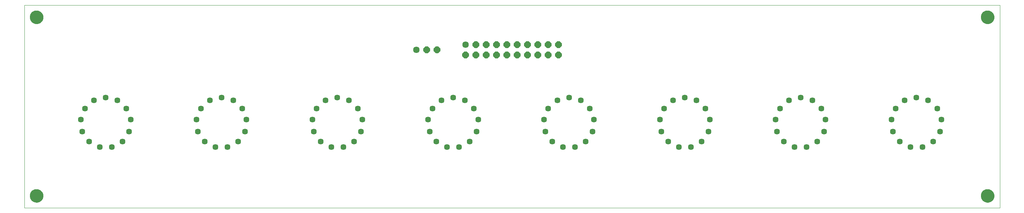
<source format=gbs>
G75*
%MOIN*%
%OFA0B0*%
%FSLAX25Y25*%
%IPPOS*%
%LPD*%
%AMOC8*
5,1,8,0,0,1.08239X$1,22.5*
%
%ADD10C,0.00000*%
%ADD11C,0.12998*%
%ADD12C,0.05707*%
%ADD13C,0.06337*%
%ADD14OC8,0.06337*%
D10*
X0001000Y0001000D02*
X0001000Y0197850D01*
X0945882Y0197850D01*
X0945882Y0001000D01*
X0001000Y0001000D01*
X0006512Y0012811D02*
X0006514Y0012969D01*
X0006520Y0013127D01*
X0006530Y0013285D01*
X0006544Y0013443D01*
X0006562Y0013600D01*
X0006583Y0013757D01*
X0006609Y0013913D01*
X0006639Y0014069D01*
X0006672Y0014224D01*
X0006710Y0014377D01*
X0006751Y0014530D01*
X0006796Y0014682D01*
X0006845Y0014833D01*
X0006898Y0014982D01*
X0006954Y0015130D01*
X0007014Y0015276D01*
X0007078Y0015421D01*
X0007146Y0015564D01*
X0007217Y0015706D01*
X0007291Y0015846D01*
X0007369Y0015983D01*
X0007451Y0016119D01*
X0007535Y0016253D01*
X0007624Y0016384D01*
X0007715Y0016513D01*
X0007810Y0016640D01*
X0007907Y0016765D01*
X0008008Y0016887D01*
X0008112Y0017006D01*
X0008219Y0017123D01*
X0008329Y0017237D01*
X0008442Y0017348D01*
X0008557Y0017457D01*
X0008675Y0017562D01*
X0008796Y0017664D01*
X0008919Y0017764D01*
X0009045Y0017860D01*
X0009173Y0017953D01*
X0009303Y0018043D01*
X0009436Y0018129D01*
X0009571Y0018213D01*
X0009707Y0018292D01*
X0009846Y0018369D01*
X0009987Y0018441D01*
X0010129Y0018511D01*
X0010273Y0018576D01*
X0010419Y0018638D01*
X0010566Y0018696D01*
X0010715Y0018751D01*
X0010865Y0018802D01*
X0011016Y0018849D01*
X0011168Y0018892D01*
X0011321Y0018931D01*
X0011476Y0018967D01*
X0011631Y0018998D01*
X0011787Y0019026D01*
X0011943Y0019050D01*
X0012100Y0019070D01*
X0012258Y0019086D01*
X0012415Y0019098D01*
X0012574Y0019106D01*
X0012732Y0019110D01*
X0012890Y0019110D01*
X0013048Y0019106D01*
X0013207Y0019098D01*
X0013364Y0019086D01*
X0013522Y0019070D01*
X0013679Y0019050D01*
X0013835Y0019026D01*
X0013991Y0018998D01*
X0014146Y0018967D01*
X0014301Y0018931D01*
X0014454Y0018892D01*
X0014606Y0018849D01*
X0014757Y0018802D01*
X0014907Y0018751D01*
X0015056Y0018696D01*
X0015203Y0018638D01*
X0015349Y0018576D01*
X0015493Y0018511D01*
X0015635Y0018441D01*
X0015776Y0018369D01*
X0015915Y0018292D01*
X0016051Y0018213D01*
X0016186Y0018129D01*
X0016319Y0018043D01*
X0016449Y0017953D01*
X0016577Y0017860D01*
X0016703Y0017764D01*
X0016826Y0017664D01*
X0016947Y0017562D01*
X0017065Y0017457D01*
X0017180Y0017348D01*
X0017293Y0017237D01*
X0017403Y0017123D01*
X0017510Y0017006D01*
X0017614Y0016887D01*
X0017715Y0016765D01*
X0017812Y0016640D01*
X0017907Y0016513D01*
X0017998Y0016384D01*
X0018087Y0016253D01*
X0018171Y0016119D01*
X0018253Y0015983D01*
X0018331Y0015846D01*
X0018405Y0015706D01*
X0018476Y0015564D01*
X0018544Y0015421D01*
X0018608Y0015276D01*
X0018668Y0015130D01*
X0018724Y0014982D01*
X0018777Y0014833D01*
X0018826Y0014682D01*
X0018871Y0014530D01*
X0018912Y0014377D01*
X0018950Y0014224D01*
X0018983Y0014069D01*
X0019013Y0013913D01*
X0019039Y0013757D01*
X0019060Y0013600D01*
X0019078Y0013443D01*
X0019092Y0013285D01*
X0019102Y0013127D01*
X0019108Y0012969D01*
X0019110Y0012811D01*
X0019108Y0012653D01*
X0019102Y0012495D01*
X0019092Y0012337D01*
X0019078Y0012179D01*
X0019060Y0012022D01*
X0019039Y0011865D01*
X0019013Y0011709D01*
X0018983Y0011553D01*
X0018950Y0011398D01*
X0018912Y0011245D01*
X0018871Y0011092D01*
X0018826Y0010940D01*
X0018777Y0010789D01*
X0018724Y0010640D01*
X0018668Y0010492D01*
X0018608Y0010346D01*
X0018544Y0010201D01*
X0018476Y0010058D01*
X0018405Y0009916D01*
X0018331Y0009776D01*
X0018253Y0009639D01*
X0018171Y0009503D01*
X0018087Y0009369D01*
X0017998Y0009238D01*
X0017907Y0009109D01*
X0017812Y0008982D01*
X0017715Y0008857D01*
X0017614Y0008735D01*
X0017510Y0008616D01*
X0017403Y0008499D01*
X0017293Y0008385D01*
X0017180Y0008274D01*
X0017065Y0008165D01*
X0016947Y0008060D01*
X0016826Y0007958D01*
X0016703Y0007858D01*
X0016577Y0007762D01*
X0016449Y0007669D01*
X0016319Y0007579D01*
X0016186Y0007493D01*
X0016051Y0007409D01*
X0015915Y0007330D01*
X0015776Y0007253D01*
X0015635Y0007181D01*
X0015493Y0007111D01*
X0015349Y0007046D01*
X0015203Y0006984D01*
X0015056Y0006926D01*
X0014907Y0006871D01*
X0014757Y0006820D01*
X0014606Y0006773D01*
X0014454Y0006730D01*
X0014301Y0006691D01*
X0014146Y0006655D01*
X0013991Y0006624D01*
X0013835Y0006596D01*
X0013679Y0006572D01*
X0013522Y0006552D01*
X0013364Y0006536D01*
X0013207Y0006524D01*
X0013048Y0006516D01*
X0012890Y0006512D01*
X0012732Y0006512D01*
X0012574Y0006516D01*
X0012415Y0006524D01*
X0012258Y0006536D01*
X0012100Y0006552D01*
X0011943Y0006572D01*
X0011787Y0006596D01*
X0011631Y0006624D01*
X0011476Y0006655D01*
X0011321Y0006691D01*
X0011168Y0006730D01*
X0011016Y0006773D01*
X0010865Y0006820D01*
X0010715Y0006871D01*
X0010566Y0006926D01*
X0010419Y0006984D01*
X0010273Y0007046D01*
X0010129Y0007111D01*
X0009987Y0007181D01*
X0009846Y0007253D01*
X0009707Y0007330D01*
X0009571Y0007409D01*
X0009436Y0007493D01*
X0009303Y0007579D01*
X0009173Y0007669D01*
X0009045Y0007762D01*
X0008919Y0007858D01*
X0008796Y0007958D01*
X0008675Y0008060D01*
X0008557Y0008165D01*
X0008442Y0008274D01*
X0008329Y0008385D01*
X0008219Y0008499D01*
X0008112Y0008616D01*
X0008008Y0008735D01*
X0007907Y0008857D01*
X0007810Y0008982D01*
X0007715Y0009109D01*
X0007624Y0009238D01*
X0007535Y0009369D01*
X0007451Y0009503D01*
X0007369Y0009639D01*
X0007291Y0009776D01*
X0007217Y0009916D01*
X0007146Y0010058D01*
X0007078Y0010201D01*
X0007014Y0010346D01*
X0006954Y0010492D01*
X0006898Y0010640D01*
X0006845Y0010789D01*
X0006796Y0010940D01*
X0006751Y0011092D01*
X0006710Y0011245D01*
X0006672Y0011398D01*
X0006639Y0011553D01*
X0006609Y0011709D01*
X0006583Y0011865D01*
X0006562Y0012022D01*
X0006544Y0012179D01*
X0006530Y0012337D01*
X0006520Y0012495D01*
X0006514Y0012653D01*
X0006512Y0012811D01*
X0006512Y0186039D02*
X0006514Y0186197D01*
X0006520Y0186355D01*
X0006530Y0186513D01*
X0006544Y0186671D01*
X0006562Y0186828D01*
X0006583Y0186985D01*
X0006609Y0187141D01*
X0006639Y0187297D01*
X0006672Y0187452D01*
X0006710Y0187605D01*
X0006751Y0187758D01*
X0006796Y0187910D01*
X0006845Y0188061D01*
X0006898Y0188210D01*
X0006954Y0188358D01*
X0007014Y0188504D01*
X0007078Y0188649D01*
X0007146Y0188792D01*
X0007217Y0188934D01*
X0007291Y0189074D01*
X0007369Y0189211D01*
X0007451Y0189347D01*
X0007535Y0189481D01*
X0007624Y0189612D01*
X0007715Y0189741D01*
X0007810Y0189868D01*
X0007907Y0189993D01*
X0008008Y0190115D01*
X0008112Y0190234D01*
X0008219Y0190351D01*
X0008329Y0190465D01*
X0008442Y0190576D01*
X0008557Y0190685D01*
X0008675Y0190790D01*
X0008796Y0190892D01*
X0008919Y0190992D01*
X0009045Y0191088D01*
X0009173Y0191181D01*
X0009303Y0191271D01*
X0009436Y0191357D01*
X0009571Y0191441D01*
X0009707Y0191520D01*
X0009846Y0191597D01*
X0009987Y0191669D01*
X0010129Y0191739D01*
X0010273Y0191804D01*
X0010419Y0191866D01*
X0010566Y0191924D01*
X0010715Y0191979D01*
X0010865Y0192030D01*
X0011016Y0192077D01*
X0011168Y0192120D01*
X0011321Y0192159D01*
X0011476Y0192195D01*
X0011631Y0192226D01*
X0011787Y0192254D01*
X0011943Y0192278D01*
X0012100Y0192298D01*
X0012258Y0192314D01*
X0012415Y0192326D01*
X0012574Y0192334D01*
X0012732Y0192338D01*
X0012890Y0192338D01*
X0013048Y0192334D01*
X0013207Y0192326D01*
X0013364Y0192314D01*
X0013522Y0192298D01*
X0013679Y0192278D01*
X0013835Y0192254D01*
X0013991Y0192226D01*
X0014146Y0192195D01*
X0014301Y0192159D01*
X0014454Y0192120D01*
X0014606Y0192077D01*
X0014757Y0192030D01*
X0014907Y0191979D01*
X0015056Y0191924D01*
X0015203Y0191866D01*
X0015349Y0191804D01*
X0015493Y0191739D01*
X0015635Y0191669D01*
X0015776Y0191597D01*
X0015915Y0191520D01*
X0016051Y0191441D01*
X0016186Y0191357D01*
X0016319Y0191271D01*
X0016449Y0191181D01*
X0016577Y0191088D01*
X0016703Y0190992D01*
X0016826Y0190892D01*
X0016947Y0190790D01*
X0017065Y0190685D01*
X0017180Y0190576D01*
X0017293Y0190465D01*
X0017403Y0190351D01*
X0017510Y0190234D01*
X0017614Y0190115D01*
X0017715Y0189993D01*
X0017812Y0189868D01*
X0017907Y0189741D01*
X0017998Y0189612D01*
X0018087Y0189481D01*
X0018171Y0189347D01*
X0018253Y0189211D01*
X0018331Y0189074D01*
X0018405Y0188934D01*
X0018476Y0188792D01*
X0018544Y0188649D01*
X0018608Y0188504D01*
X0018668Y0188358D01*
X0018724Y0188210D01*
X0018777Y0188061D01*
X0018826Y0187910D01*
X0018871Y0187758D01*
X0018912Y0187605D01*
X0018950Y0187452D01*
X0018983Y0187297D01*
X0019013Y0187141D01*
X0019039Y0186985D01*
X0019060Y0186828D01*
X0019078Y0186671D01*
X0019092Y0186513D01*
X0019102Y0186355D01*
X0019108Y0186197D01*
X0019110Y0186039D01*
X0019108Y0185881D01*
X0019102Y0185723D01*
X0019092Y0185565D01*
X0019078Y0185407D01*
X0019060Y0185250D01*
X0019039Y0185093D01*
X0019013Y0184937D01*
X0018983Y0184781D01*
X0018950Y0184626D01*
X0018912Y0184473D01*
X0018871Y0184320D01*
X0018826Y0184168D01*
X0018777Y0184017D01*
X0018724Y0183868D01*
X0018668Y0183720D01*
X0018608Y0183574D01*
X0018544Y0183429D01*
X0018476Y0183286D01*
X0018405Y0183144D01*
X0018331Y0183004D01*
X0018253Y0182867D01*
X0018171Y0182731D01*
X0018087Y0182597D01*
X0017998Y0182466D01*
X0017907Y0182337D01*
X0017812Y0182210D01*
X0017715Y0182085D01*
X0017614Y0181963D01*
X0017510Y0181844D01*
X0017403Y0181727D01*
X0017293Y0181613D01*
X0017180Y0181502D01*
X0017065Y0181393D01*
X0016947Y0181288D01*
X0016826Y0181186D01*
X0016703Y0181086D01*
X0016577Y0180990D01*
X0016449Y0180897D01*
X0016319Y0180807D01*
X0016186Y0180721D01*
X0016051Y0180637D01*
X0015915Y0180558D01*
X0015776Y0180481D01*
X0015635Y0180409D01*
X0015493Y0180339D01*
X0015349Y0180274D01*
X0015203Y0180212D01*
X0015056Y0180154D01*
X0014907Y0180099D01*
X0014757Y0180048D01*
X0014606Y0180001D01*
X0014454Y0179958D01*
X0014301Y0179919D01*
X0014146Y0179883D01*
X0013991Y0179852D01*
X0013835Y0179824D01*
X0013679Y0179800D01*
X0013522Y0179780D01*
X0013364Y0179764D01*
X0013207Y0179752D01*
X0013048Y0179744D01*
X0012890Y0179740D01*
X0012732Y0179740D01*
X0012574Y0179744D01*
X0012415Y0179752D01*
X0012258Y0179764D01*
X0012100Y0179780D01*
X0011943Y0179800D01*
X0011787Y0179824D01*
X0011631Y0179852D01*
X0011476Y0179883D01*
X0011321Y0179919D01*
X0011168Y0179958D01*
X0011016Y0180001D01*
X0010865Y0180048D01*
X0010715Y0180099D01*
X0010566Y0180154D01*
X0010419Y0180212D01*
X0010273Y0180274D01*
X0010129Y0180339D01*
X0009987Y0180409D01*
X0009846Y0180481D01*
X0009707Y0180558D01*
X0009571Y0180637D01*
X0009436Y0180721D01*
X0009303Y0180807D01*
X0009173Y0180897D01*
X0009045Y0180990D01*
X0008919Y0181086D01*
X0008796Y0181186D01*
X0008675Y0181288D01*
X0008557Y0181393D01*
X0008442Y0181502D01*
X0008329Y0181613D01*
X0008219Y0181727D01*
X0008112Y0181844D01*
X0008008Y0181963D01*
X0007907Y0182085D01*
X0007810Y0182210D01*
X0007715Y0182337D01*
X0007624Y0182466D01*
X0007535Y0182597D01*
X0007451Y0182731D01*
X0007369Y0182867D01*
X0007291Y0183004D01*
X0007217Y0183144D01*
X0007146Y0183286D01*
X0007078Y0183429D01*
X0007014Y0183574D01*
X0006954Y0183720D01*
X0006898Y0183868D01*
X0006845Y0184017D01*
X0006796Y0184168D01*
X0006751Y0184320D01*
X0006710Y0184473D01*
X0006672Y0184626D01*
X0006639Y0184781D01*
X0006609Y0184937D01*
X0006583Y0185093D01*
X0006562Y0185250D01*
X0006544Y0185407D01*
X0006530Y0185565D01*
X0006520Y0185723D01*
X0006514Y0185881D01*
X0006512Y0186039D01*
X0927772Y0186039D02*
X0927774Y0186197D01*
X0927780Y0186355D01*
X0927790Y0186513D01*
X0927804Y0186671D01*
X0927822Y0186828D01*
X0927843Y0186985D01*
X0927869Y0187141D01*
X0927899Y0187297D01*
X0927932Y0187452D01*
X0927970Y0187605D01*
X0928011Y0187758D01*
X0928056Y0187910D01*
X0928105Y0188061D01*
X0928158Y0188210D01*
X0928214Y0188358D01*
X0928274Y0188504D01*
X0928338Y0188649D01*
X0928406Y0188792D01*
X0928477Y0188934D01*
X0928551Y0189074D01*
X0928629Y0189211D01*
X0928711Y0189347D01*
X0928795Y0189481D01*
X0928884Y0189612D01*
X0928975Y0189741D01*
X0929070Y0189868D01*
X0929167Y0189993D01*
X0929268Y0190115D01*
X0929372Y0190234D01*
X0929479Y0190351D01*
X0929589Y0190465D01*
X0929702Y0190576D01*
X0929817Y0190685D01*
X0929935Y0190790D01*
X0930056Y0190892D01*
X0930179Y0190992D01*
X0930305Y0191088D01*
X0930433Y0191181D01*
X0930563Y0191271D01*
X0930696Y0191357D01*
X0930831Y0191441D01*
X0930967Y0191520D01*
X0931106Y0191597D01*
X0931247Y0191669D01*
X0931389Y0191739D01*
X0931533Y0191804D01*
X0931679Y0191866D01*
X0931826Y0191924D01*
X0931975Y0191979D01*
X0932125Y0192030D01*
X0932276Y0192077D01*
X0932428Y0192120D01*
X0932581Y0192159D01*
X0932736Y0192195D01*
X0932891Y0192226D01*
X0933047Y0192254D01*
X0933203Y0192278D01*
X0933360Y0192298D01*
X0933518Y0192314D01*
X0933675Y0192326D01*
X0933834Y0192334D01*
X0933992Y0192338D01*
X0934150Y0192338D01*
X0934308Y0192334D01*
X0934467Y0192326D01*
X0934624Y0192314D01*
X0934782Y0192298D01*
X0934939Y0192278D01*
X0935095Y0192254D01*
X0935251Y0192226D01*
X0935406Y0192195D01*
X0935561Y0192159D01*
X0935714Y0192120D01*
X0935866Y0192077D01*
X0936017Y0192030D01*
X0936167Y0191979D01*
X0936316Y0191924D01*
X0936463Y0191866D01*
X0936609Y0191804D01*
X0936753Y0191739D01*
X0936895Y0191669D01*
X0937036Y0191597D01*
X0937175Y0191520D01*
X0937311Y0191441D01*
X0937446Y0191357D01*
X0937579Y0191271D01*
X0937709Y0191181D01*
X0937837Y0191088D01*
X0937963Y0190992D01*
X0938086Y0190892D01*
X0938207Y0190790D01*
X0938325Y0190685D01*
X0938440Y0190576D01*
X0938553Y0190465D01*
X0938663Y0190351D01*
X0938770Y0190234D01*
X0938874Y0190115D01*
X0938975Y0189993D01*
X0939072Y0189868D01*
X0939167Y0189741D01*
X0939258Y0189612D01*
X0939347Y0189481D01*
X0939431Y0189347D01*
X0939513Y0189211D01*
X0939591Y0189074D01*
X0939665Y0188934D01*
X0939736Y0188792D01*
X0939804Y0188649D01*
X0939868Y0188504D01*
X0939928Y0188358D01*
X0939984Y0188210D01*
X0940037Y0188061D01*
X0940086Y0187910D01*
X0940131Y0187758D01*
X0940172Y0187605D01*
X0940210Y0187452D01*
X0940243Y0187297D01*
X0940273Y0187141D01*
X0940299Y0186985D01*
X0940320Y0186828D01*
X0940338Y0186671D01*
X0940352Y0186513D01*
X0940362Y0186355D01*
X0940368Y0186197D01*
X0940370Y0186039D01*
X0940368Y0185881D01*
X0940362Y0185723D01*
X0940352Y0185565D01*
X0940338Y0185407D01*
X0940320Y0185250D01*
X0940299Y0185093D01*
X0940273Y0184937D01*
X0940243Y0184781D01*
X0940210Y0184626D01*
X0940172Y0184473D01*
X0940131Y0184320D01*
X0940086Y0184168D01*
X0940037Y0184017D01*
X0939984Y0183868D01*
X0939928Y0183720D01*
X0939868Y0183574D01*
X0939804Y0183429D01*
X0939736Y0183286D01*
X0939665Y0183144D01*
X0939591Y0183004D01*
X0939513Y0182867D01*
X0939431Y0182731D01*
X0939347Y0182597D01*
X0939258Y0182466D01*
X0939167Y0182337D01*
X0939072Y0182210D01*
X0938975Y0182085D01*
X0938874Y0181963D01*
X0938770Y0181844D01*
X0938663Y0181727D01*
X0938553Y0181613D01*
X0938440Y0181502D01*
X0938325Y0181393D01*
X0938207Y0181288D01*
X0938086Y0181186D01*
X0937963Y0181086D01*
X0937837Y0180990D01*
X0937709Y0180897D01*
X0937579Y0180807D01*
X0937446Y0180721D01*
X0937311Y0180637D01*
X0937175Y0180558D01*
X0937036Y0180481D01*
X0936895Y0180409D01*
X0936753Y0180339D01*
X0936609Y0180274D01*
X0936463Y0180212D01*
X0936316Y0180154D01*
X0936167Y0180099D01*
X0936017Y0180048D01*
X0935866Y0180001D01*
X0935714Y0179958D01*
X0935561Y0179919D01*
X0935406Y0179883D01*
X0935251Y0179852D01*
X0935095Y0179824D01*
X0934939Y0179800D01*
X0934782Y0179780D01*
X0934624Y0179764D01*
X0934467Y0179752D01*
X0934308Y0179744D01*
X0934150Y0179740D01*
X0933992Y0179740D01*
X0933834Y0179744D01*
X0933675Y0179752D01*
X0933518Y0179764D01*
X0933360Y0179780D01*
X0933203Y0179800D01*
X0933047Y0179824D01*
X0932891Y0179852D01*
X0932736Y0179883D01*
X0932581Y0179919D01*
X0932428Y0179958D01*
X0932276Y0180001D01*
X0932125Y0180048D01*
X0931975Y0180099D01*
X0931826Y0180154D01*
X0931679Y0180212D01*
X0931533Y0180274D01*
X0931389Y0180339D01*
X0931247Y0180409D01*
X0931106Y0180481D01*
X0930967Y0180558D01*
X0930831Y0180637D01*
X0930696Y0180721D01*
X0930563Y0180807D01*
X0930433Y0180897D01*
X0930305Y0180990D01*
X0930179Y0181086D01*
X0930056Y0181186D01*
X0929935Y0181288D01*
X0929817Y0181393D01*
X0929702Y0181502D01*
X0929589Y0181613D01*
X0929479Y0181727D01*
X0929372Y0181844D01*
X0929268Y0181963D01*
X0929167Y0182085D01*
X0929070Y0182210D01*
X0928975Y0182337D01*
X0928884Y0182466D01*
X0928795Y0182597D01*
X0928711Y0182731D01*
X0928629Y0182867D01*
X0928551Y0183004D01*
X0928477Y0183144D01*
X0928406Y0183286D01*
X0928338Y0183429D01*
X0928274Y0183574D01*
X0928214Y0183720D01*
X0928158Y0183868D01*
X0928105Y0184017D01*
X0928056Y0184168D01*
X0928011Y0184320D01*
X0927970Y0184473D01*
X0927932Y0184626D01*
X0927899Y0184781D01*
X0927869Y0184937D01*
X0927843Y0185093D01*
X0927822Y0185250D01*
X0927804Y0185407D01*
X0927790Y0185565D01*
X0927780Y0185723D01*
X0927774Y0185881D01*
X0927772Y0186039D01*
X0927772Y0012811D02*
X0927774Y0012969D01*
X0927780Y0013127D01*
X0927790Y0013285D01*
X0927804Y0013443D01*
X0927822Y0013600D01*
X0927843Y0013757D01*
X0927869Y0013913D01*
X0927899Y0014069D01*
X0927932Y0014224D01*
X0927970Y0014377D01*
X0928011Y0014530D01*
X0928056Y0014682D01*
X0928105Y0014833D01*
X0928158Y0014982D01*
X0928214Y0015130D01*
X0928274Y0015276D01*
X0928338Y0015421D01*
X0928406Y0015564D01*
X0928477Y0015706D01*
X0928551Y0015846D01*
X0928629Y0015983D01*
X0928711Y0016119D01*
X0928795Y0016253D01*
X0928884Y0016384D01*
X0928975Y0016513D01*
X0929070Y0016640D01*
X0929167Y0016765D01*
X0929268Y0016887D01*
X0929372Y0017006D01*
X0929479Y0017123D01*
X0929589Y0017237D01*
X0929702Y0017348D01*
X0929817Y0017457D01*
X0929935Y0017562D01*
X0930056Y0017664D01*
X0930179Y0017764D01*
X0930305Y0017860D01*
X0930433Y0017953D01*
X0930563Y0018043D01*
X0930696Y0018129D01*
X0930831Y0018213D01*
X0930967Y0018292D01*
X0931106Y0018369D01*
X0931247Y0018441D01*
X0931389Y0018511D01*
X0931533Y0018576D01*
X0931679Y0018638D01*
X0931826Y0018696D01*
X0931975Y0018751D01*
X0932125Y0018802D01*
X0932276Y0018849D01*
X0932428Y0018892D01*
X0932581Y0018931D01*
X0932736Y0018967D01*
X0932891Y0018998D01*
X0933047Y0019026D01*
X0933203Y0019050D01*
X0933360Y0019070D01*
X0933518Y0019086D01*
X0933675Y0019098D01*
X0933834Y0019106D01*
X0933992Y0019110D01*
X0934150Y0019110D01*
X0934308Y0019106D01*
X0934467Y0019098D01*
X0934624Y0019086D01*
X0934782Y0019070D01*
X0934939Y0019050D01*
X0935095Y0019026D01*
X0935251Y0018998D01*
X0935406Y0018967D01*
X0935561Y0018931D01*
X0935714Y0018892D01*
X0935866Y0018849D01*
X0936017Y0018802D01*
X0936167Y0018751D01*
X0936316Y0018696D01*
X0936463Y0018638D01*
X0936609Y0018576D01*
X0936753Y0018511D01*
X0936895Y0018441D01*
X0937036Y0018369D01*
X0937175Y0018292D01*
X0937311Y0018213D01*
X0937446Y0018129D01*
X0937579Y0018043D01*
X0937709Y0017953D01*
X0937837Y0017860D01*
X0937963Y0017764D01*
X0938086Y0017664D01*
X0938207Y0017562D01*
X0938325Y0017457D01*
X0938440Y0017348D01*
X0938553Y0017237D01*
X0938663Y0017123D01*
X0938770Y0017006D01*
X0938874Y0016887D01*
X0938975Y0016765D01*
X0939072Y0016640D01*
X0939167Y0016513D01*
X0939258Y0016384D01*
X0939347Y0016253D01*
X0939431Y0016119D01*
X0939513Y0015983D01*
X0939591Y0015846D01*
X0939665Y0015706D01*
X0939736Y0015564D01*
X0939804Y0015421D01*
X0939868Y0015276D01*
X0939928Y0015130D01*
X0939984Y0014982D01*
X0940037Y0014833D01*
X0940086Y0014682D01*
X0940131Y0014530D01*
X0940172Y0014377D01*
X0940210Y0014224D01*
X0940243Y0014069D01*
X0940273Y0013913D01*
X0940299Y0013757D01*
X0940320Y0013600D01*
X0940338Y0013443D01*
X0940352Y0013285D01*
X0940362Y0013127D01*
X0940368Y0012969D01*
X0940370Y0012811D01*
X0940368Y0012653D01*
X0940362Y0012495D01*
X0940352Y0012337D01*
X0940338Y0012179D01*
X0940320Y0012022D01*
X0940299Y0011865D01*
X0940273Y0011709D01*
X0940243Y0011553D01*
X0940210Y0011398D01*
X0940172Y0011245D01*
X0940131Y0011092D01*
X0940086Y0010940D01*
X0940037Y0010789D01*
X0939984Y0010640D01*
X0939928Y0010492D01*
X0939868Y0010346D01*
X0939804Y0010201D01*
X0939736Y0010058D01*
X0939665Y0009916D01*
X0939591Y0009776D01*
X0939513Y0009639D01*
X0939431Y0009503D01*
X0939347Y0009369D01*
X0939258Y0009238D01*
X0939167Y0009109D01*
X0939072Y0008982D01*
X0938975Y0008857D01*
X0938874Y0008735D01*
X0938770Y0008616D01*
X0938663Y0008499D01*
X0938553Y0008385D01*
X0938440Y0008274D01*
X0938325Y0008165D01*
X0938207Y0008060D01*
X0938086Y0007958D01*
X0937963Y0007858D01*
X0937837Y0007762D01*
X0937709Y0007669D01*
X0937579Y0007579D01*
X0937446Y0007493D01*
X0937311Y0007409D01*
X0937175Y0007330D01*
X0937036Y0007253D01*
X0936895Y0007181D01*
X0936753Y0007111D01*
X0936609Y0007046D01*
X0936463Y0006984D01*
X0936316Y0006926D01*
X0936167Y0006871D01*
X0936017Y0006820D01*
X0935866Y0006773D01*
X0935714Y0006730D01*
X0935561Y0006691D01*
X0935406Y0006655D01*
X0935251Y0006624D01*
X0935095Y0006596D01*
X0934939Y0006572D01*
X0934782Y0006552D01*
X0934624Y0006536D01*
X0934467Y0006524D01*
X0934308Y0006516D01*
X0934150Y0006512D01*
X0933992Y0006512D01*
X0933834Y0006516D01*
X0933675Y0006524D01*
X0933518Y0006536D01*
X0933360Y0006552D01*
X0933203Y0006572D01*
X0933047Y0006596D01*
X0932891Y0006624D01*
X0932736Y0006655D01*
X0932581Y0006691D01*
X0932428Y0006730D01*
X0932276Y0006773D01*
X0932125Y0006820D01*
X0931975Y0006871D01*
X0931826Y0006926D01*
X0931679Y0006984D01*
X0931533Y0007046D01*
X0931389Y0007111D01*
X0931247Y0007181D01*
X0931106Y0007253D01*
X0930967Y0007330D01*
X0930831Y0007409D01*
X0930696Y0007493D01*
X0930563Y0007579D01*
X0930433Y0007669D01*
X0930305Y0007762D01*
X0930179Y0007858D01*
X0930056Y0007958D01*
X0929935Y0008060D01*
X0929817Y0008165D01*
X0929702Y0008274D01*
X0929589Y0008385D01*
X0929479Y0008499D01*
X0929372Y0008616D01*
X0929268Y0008735D01*
X0929167Y0008857D01*
X0929070Y0008982D01*
X0928975Y0009109D01*
X0928884Y0009238D01*
X0928795Y0009369D01*
X0928711Y0009503D01*
X0928629Y0009639D01*
X0928551Y0009776D01*
X0928477Y0009916D01*
X0928406Y0010058D01*
X0928338Y0010201D01*
X0928274Y0010346D01*
X0928214Y0010492D01*
X0928158Y0010640D01*
X0928105Y0010789D01*
X0928056Y0010940D01*
X0928011Y0011092D01*
X0927970Y0011245D01*
X0927932Y0011398D01*
X0927899Y0011553D01*
X0927869Y0011709D01*
X0927843Y0011865D01*
X0927822Y0012022D01*
X0927804Y0012179D01*
X0927790Y0012337D01*
X0927780Y0012495D01*
X0927774Y0012653D01*
X0927772Y0012811D01*
D11*
X0934071Y0012811D03*
X0934071Y0186039D03*
X0012811Y0186039D03*
X0012811Y0012811D03*
D12*
X0073908Y0060015D03*
X0085572Y0060015D03*
X0095900Y0065436D03*
X0063580Y0065436D03*
X0056954Y0075035D03*
X0102526Y0075035D03*
X0103932Y0086615D03*
X0055548Y0086615D03*
X0059684Y0097521D03*
X0068415Y0105256D03*
X0079740Y0108047D03*
X0091065Y0105256D03*
X0099796Y0097521D03*
X0167753Y0086615D03*
X0216137Y0086615D03*
X0212001Y0097521D03*
X0203270Y0105256D03*
X0191945Y0108047D03*
X0180620Y0105256D03*
X0171889Y0097521D03*
X0279957Y0086615D03*
X0328342Y0086615D03*
X0324206Y0097521D03*
X0315475Y0105256D03*
X0304150Y0108047D03*
X0292824Y0105256D03*
X0284094Y0097521D03*
X0392162Y0086615D03*
X0440546Y0086615D03*
X0436410Y0097521D03*
X0427680Y0105256D03*
X0416354Y0108047D03*
X0405029Y0105256D03*
X0396298Y0097521D03*
X0393568Y0075035D03*
X0400194Y0065436D03*
X0410522Y0060015D03*
X0422186Y0060015D03*
X0432515Y0065436D03*
X0439141Y0075035D03*
X0504367Y0086615D03*
X0552751Y0086615D03*
X0548615Y0097521D03*
X0539884Y0105256D03*
X0528559Y0108047D03*
X0517234Y0105256D03*
X0508503Y0097521D03*
X0505773Y0075035D03*
X0512399Y0065436D03*
X0522727Y0060015D03*
X0534391Y0060015D03*
X0544719Y0065436D03*
X0551345Y0075035D03*
X0616572Y0086615D03*
X0664956Y0086615D03*
X0660820Y0097521D03*
X0652089Y0105256D03*
X0640764Y0108047D03*
X0629439Y0105256D03*
X0620708Y0097521D03*
X0728776Y0086615D03*
X0732913Y0097521D03*
X0741643Y0105256D03*
X0752969Y0108047D03*
X0764294Y0105256D03*
X0773024Y0097521D03*
X0777161Y0086615D03*
X0775755Y0075035D03*
X0730182Y0075035D03*
X0736808Y0065436D03*
X0747137Y0060015D03*
X0758800Y0060015D03*
X0769129Y0065436D03*
X0842387Y0075035D03*
X0849013Y0065436D03*
X0859341Y0060015D03*
X0871005Y0060015D03*
X0881333Y0065436D03*
X0887959Y0075035D03*
X0889365Y0086615D03*
X0840981Y0086615D03*
X0845117Y0097521D03*
X0853848Y0105256D03*
X0865173Y0108047D03*
X0876498Y0105256D03*
X0885229Y0097521D03*
X0663550Y0075035D03*
X0656924Y0065436D03*
X0646596Y0060015D03*
X0634932Y0060015D03*
X0624604Y0065436D03*
X0617978Y0075035D03*
X0326936Y0075035D03*
X0320310Y0065436D03*
X0309981Y0060015D03*
X0298318Y0060015D03*
X0287989Y0065436D03*
X0281363Y0075035D03*
X0214731Y0075035D03*
X0208105Y0065436D03*
X0197777Y0060015D03*
X0186113Y0060015D03*
X0175785Y0065436D03*
X0169159Y0075035D03*
D13*
X0380764Y0154543D03*
X0428441Y0159543D03*
D14*
X0438441Y0159543D03*
X0448441Y0159543D03*
X0458441Y0159543D03*
X0468441Y0159543D03*
X0478441Y0159543D03*
X0488441Y0159543D03*
X0498441Y0159543D03*
X0508441Y0159543D03*
X0518441Y0159543D03*
X0518441Y0149543D03*
X0508441Y0149543D03*
X0498441Y0149543D03*
X0488441Y0149543D03*
X0478441Y0149543D03*
X0468441Y0149543D03*
X0458441Y0149543D03*
X0448441Y0149543D03*
X0438441Y0149543D03*
X0428441Y0149543D03*
X0400764Y0154543D03*
X0390764Y0154543D03*
M02*

</source>
